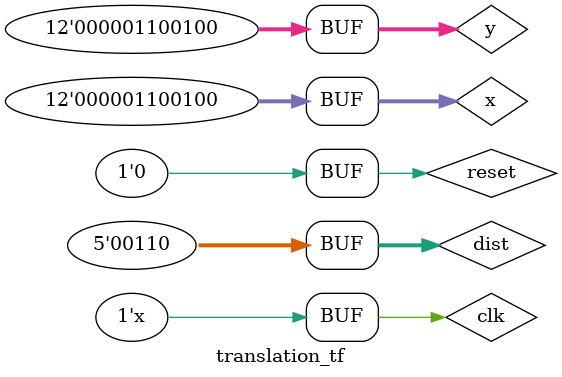
<source format=v>
`timescale 1ns / 1ps


module translation_tf;

	// Inputs
	reg clk;
	reg reset;
	reg [4:0] dist;
	reg [11:0] x;
	reg [11:0] y;

	// Outputs
	wire [11:0] x_trans;
	wire [10:0] y_trans;

	// Instantiate the Unit Under Test (UUT)
	translation uut (
		.clk(clk), 
		.reset(reset), 
		.dist(dist), 
		.x(x), 
		.y(y), 
		.x_trans(x_trans), 
		.y_trans(y_trans)
	);
	
	always #12 clk = !clk;
	initial begin
		// Initialize Inputs
		clk = 0;
		reset = 0;
		dist = 0;
		x = 0;
		y = 0;

		// Wait 100 ns for global reset to finish
		#100;
      x=100;
		y=100;
		dist = 6;
		// Add stimulus here

	end
      
endmodule


</source>
